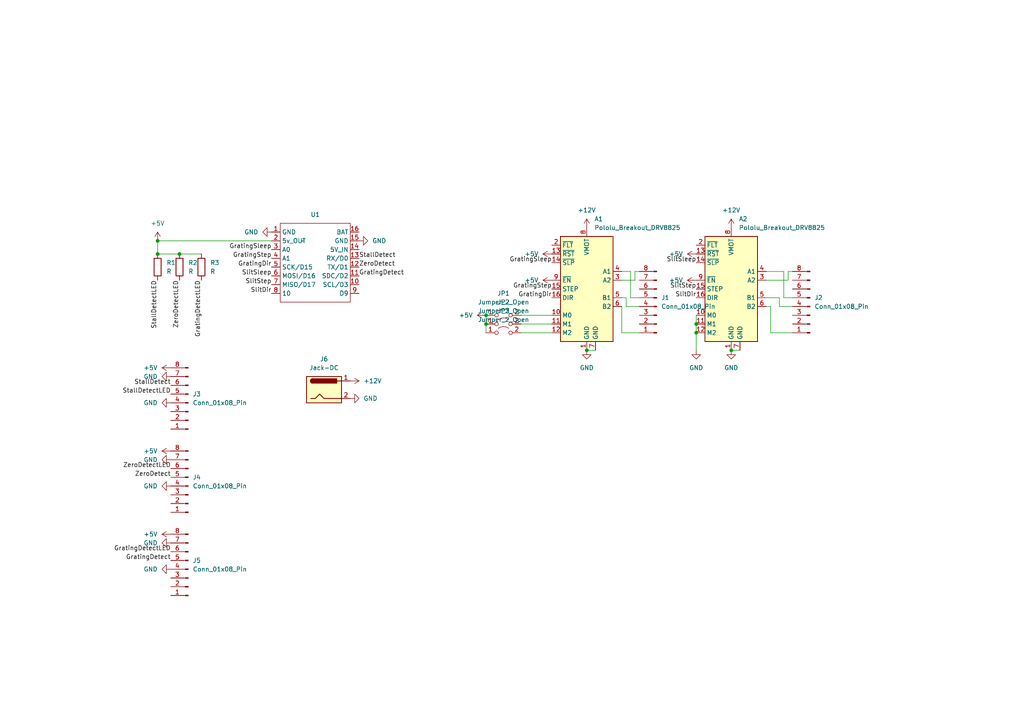
<source format=kicad_sch>
(kicad_sch (version 20230121) (generator eeschema)

  (uuid 7a4e7278-1302-4134-9efb-d70b99cbaaf4)

  (paper "A4")

  (lib_symbols
    (symbol "Connector:Conn_01x08_Pin" (pin_names (offset 1.016) hide) (in_bom yes) (on_board yes)
      (property "Reference" "J" (at 0 10.16 0)
        (effects (font (size 1.27 1.27)))
      )
      (property "Value" "Conn_01x08_Pin" (at 0 -12.7 0)
        (effects (font (size 1.27 1.27)))
      )
      (property "Footprint" "" (at 0 0 0)
        (effects (font (size 1.27 1.27)) hide)
      )
      (property "Datasheet" "~" (at 0 0 0)
        (effects (font (size 1.27 1.27)) hide)
      )
      (property "ki_locked" "" (at 0 0 0)
        (effects (font (size 1.27 1.27)))
      )
      (property "ki_keywords" "connector" (at 0 0 0)
        (effects (font (size 1.27 1.27)) hide)
      )
      (property "ki_description" "Generic connector, single row, 01x08, script generated" (at 0 0 0)
        (effects (font (size 1.27 1.27)) hide)
      )
      (property "ki_fp_filters" "Connector*:*_1x??_*" (at 0 0 0)
        (effects (font (size 1.27 1.27)) hide)
      )
      (symbol "Conn_01x08_Pin_1_1"
        (polyline
          (pts
            (xy 1.27 -10.16)
            (xy 0.8636 -10.16)
          )
          (stroke (width 0.1524) (type default))
          (fill (type none))
        )
        (polyline
          (pts
            (xy 1.27 -7.62)
            (xy 0.8636 -7.62)
          )
          (stroke (width 0.1524) (type default))
          (fill (type none))
        )
        (polyline
          (pts
            (xy 1.27 -5.08)
            (xy 0.8636 -5.08)
          )
          (stroke (width 0.1524) (type default))
          (fill (type none))
        )
        (polyline
          (pts
            (xy 1.27 -2.54)
            (xy 0.8636 -2.54)
          )
          (stroke (width 0.1524) (type default))
          (fill (type none))
        )
        (polyline
          (pts
            (xy 1.27 0)
            (xy 0.8636 0)
          )
          (stroke (width 0.1524) (type default))
          (fill (type none))
        )
        (polyline
          (pts
            (xy 1.27 2.54)
            (xy 0.8636 2.54)
          )
          (stroke (width 0.1524) (type default))
          (fill (type none))
        )
        (polyline
          (pts
            (xy 1.27 5.08)
            (xy 0.8636 5.08)
          )
          (stroke (width 0.1524) (type default))
          (fill (type none))
        )
        (polyline
          (pts
            (xy 1.27 7.62)
            (xy 0.8636 7.62)
          )
          (stroke (width 0.1524) (type default))
          (fill (type none))
        )
        (rectangle (start 0.8636 -10.033) (end 0 -10.287)
          (stroke (width 0.1524) (type default))
          (fill (type outline))
        )
        (rectangle (start 0.8636 -7.493) (end 0 -7.747)
          (stroke (width 0.1524) (type default))
          (fill (type outline))
        )
        (rectangle (start 0.8636 -4.953) (end 0 -5.207)
          (stroke (width 0.1524) (type default))
          (fill (type outline))
        )
        (rectangle (start 0.8636 -2.413) (end 0 -2.667)
          (stroke (width 0.1524) (type default))
          (fill (type outline))
        )
        (rectangle (start 0.8636 0.127) (end 0 -0.127)
          (stroke (width 0.1524) (type default))
          (fill (type outline))
        )
        (rectangle (start 0.8636 2.667) (end 0 2.413)
          (stroke (width 0.1524) (type default))
          (fill (type outline))
        )
        (rectangle (start 0.8636 5.207) (end 0 4.953)
          (stroke (width 0.1524) (type default))
          (fill (type outline))
        )
        (rectangle (start 0.8636 7.747) (end 0 7.493)
          (stroke (width 0.1524) (type default))
          (fill (type outline))
        )
        (pin passive line (at 5.08 7.62 180) (length 3.81)
          (name "Pin_1" (effects (font (size 1.27 1.27))))
          (number "1" (effects (font (size 1.27 1.27))))
        )
        (pin passive line (at 5.08 5.08 180) (length 3.81)
          (name "Pin_2" (effects (font (size 1.27 1.27))))
          (number "2" (effects (font (size 1.27 1.27))))
        )
        (pin passive line (at 5.08 2.54 180) (length 3.81)
          (name "Pin_3" (effects (font (size 1.27 1.27))))
          (number "3" (effects (font (size 1.27 1.27))))
        )
        (pin passive line (at 5.08 0 180) (length 3.81)
          (name "Pin_4" (effects (font (size 1.27 1.27))))
          (number "4" (effects (font (size 1.27 1.27))))
        )
        (pin passive line (at 5.08 -2.54 180) (length 3.81)
          (name "Pin_5" (effects (font (size 1.27 1.27))))
          (number "5" (effects (font (size 1.27 1.27))))
        )
        (pin passive line (at 5.08 -5.08 180) (length 3.81)
          (name "Pin_6" (effects (font (size 1.27 1.27))))
          (number "6" (effects (font (size 1.27 1.27))))
        )
        (pin passive line (at 5.08 -7.62 180) (length 3.81)
          (name "Pin_7" (effects (font (size 1.27 1.27))))
          (number "7" (effects (font (size 1.27 1.27))))
        )
        (pin passive line (at 5.08 -10.16 180) (length 3.81)
          (name "Pin_8" (effects (font (size 1.27 1.27))))
          (number "8" (effects (font (size 1.27 1.27))))
        )
      )
    )
    (symbol "Connector:Jack-DC" (pin_names (offset 1.016)) (in_bom yes) (on_board yes)
      (property "Reference" "J" (at 0 5.334 0)
        (effects (font (size 1.27 1.27)))
      )
      (property "Value" "Jack-DC" (at 0 -5.08 0)
        (effects (font (size 1.27 1.27)))
      )
      (property "Footprint" "" (at 1.27 -1.016 0)
        (effects (font (size 1.27 1.27)) hide)
      )
      (property "Datasheet" "~" (at 1.27 -1.016 0)
        (effects (font (size 1.27 1.27)) hide)
      )
      (property "ki_keywords" "DC power barrel jack connector" (at 0 0 0)
        (effects (font (size 1.27 1.27)) hide)
      )
      (property "ki_description" "DC Barrel Jack" (at 0 0 0)
        (effects (font (size 1.27 1.27)) hide)
      )
      (property "ki_fp_filters" "BarrelJack*" (at 0 0 0)
        (effects (font (size 1.27 1.27)) hide)
      )
      (symbol "Jack-DC_0_1"
        (rectangle (start -5.08 3.81) (end 5.08 -3.81)
          (stroke (width 0.254) (type default))
          (fill (type background))
        )
        (arc (start -3.302 3.175) (mid -3.9343 2.54) (end -3.302 1.905)
          (stroke (width 0.254) (type default))
          (fill (type none))
        )
        (arc (start -3.302 3.175) (mid -3.9343 2.54) (end -3.302 1.905)
          (stroke (width 0.254) (type default))
          (fill (type outline))
        )
        (polyline
          (pts
            (xy 5.08 2.54)
            (xy 3.81 2.54)
          )
          (stroke (width 0.254) (type default))
          (fill (type none))
        )
        (polyline
          (pts
            (xy -3.81 -2.54)
            (xy -2.54 -2.54)
            (xy -1.27 -1.27)
            (xy 0 -2.54)
            (xy 2.54 -2.54)
            (xy 5.08 -2.54)
          )
          (stroke (width 0.254) (type default))
          (fill (type none))
        )
        (rectangle (start 3.683 3.175) (end -3.302 1.905)
          (stroke (width 0.254) (type default))
          (fill (type outline))
        )
      )
      (symbol "Jack-DC_1_1"
        (pin passive line (at 7.62 2.54 180) (length 2.54)
          (name "~" (effects (font (size 1.27 1.27))))
          (number "1" (effects (font (size 1.27 1.27))))
        )
        (pin passive line (at 7.62 -2.54 180) (length 2.54)
          (name "~" (effects (font (size 1.27 1.27))))
          (number "2" (effects (font (size 1.27 1.27))))
        )
      )
    )
    (symbol "Device:R" (pin_numbers hide) (pin_names (offset 0)) (in_bom yes) (on_board yes)
      (property "Reference" "R" (at 2.032 0 90)
        (effects (font (size 1.27 1.27)))
      )
      (property "Value" "R" (at 0 0 90)
        (effects (font (size 1.27 1.27)))
      )
      (property "Footprint" "" (at -1.778 0 90)
        (effects (font (size 1.27 1.27)) hide)
      )
      (property "Datasheet" "~" (at 0 0 0)
        (effects (font (size 1.27 1.27)) hide)
      )
      (property "ki_keywords" "R res resistor" (at 0 0 0)
        (effects (font (size 1.27 1.27)) hide)
      )
      (property "ki_description" "Resistor" (at 0 0 0)
        (effects (font (size 1.27 1.27)) hide)
      )
      (property "ki_fp_filters" "R_*" (at 0 0 0)
        (effects (font (size 1.27 1.27)) hide)
      )
      (symbol "R_0_1"
        (rectangle (start -1.016 -2.54) (end 1.016 2.54)
          (stroke (width 0.254) (type default))
          (fill (type none))
        )
      )
      (symbol "R_1_1"
        (pin passive line (at 0 3.81 270) (length 1.27)
          (name "~" (effects (font (size 1.27 1.27))))
          (number "1" (effects (font (size 1.27 1.27))))
        )
        (pin passive line (at 0 -3.81 90) (length 1.27)
          (name "~" (effects (font (size 1.27 1.27))))
          (number "2" (effects (font (size 1.27 1.27))))
        )
      )
    )
    (symbol "Driver_Motor:Pololu_Breakout_DRV8825" (in_bom yes) (on_board yes)
      (property "Reference" "A" (at -2.54 16.51 0)
        (effects (font (size 1.27 1.27)) (justify right))
      )
      (property "Value" "Pololu_Breakout_DRV8825" (at -2.54 13.97 0)
        (effects (font (size 1.27 1.27)) (justify right))
      )
      (property "Footprint" "Module:Pololu_Breakout-16_15.2x20.3mm" (at 5.08 -20.32 0)
        (effects (font (size 1.27 1.27)) (justify left) hide)
      )
      (property "Datasheet" "https://www.pololu.com/product/2982" (at 2.54 -7.62 0)
        (effects (font (size 1.27 1.27)) hide)
      )
      (property "ki_keywords" "Pololu Breakout Board Stepper Driver DRV8825" (at 0 0 0)
        (effects (font (size 1.27 1.27)) hide)
      )
      (property "ki_description" "Pololu Breakout Board, Stepper Driver DRV8825" (at 0 0 0)
        (effects (font (size 1.27 1.27)) hide)
      )
      (property "ki_fp_filters" "Pololu*Breakout*15.2x20.3mm*" (at 0 0 0)
        (effects (font (size 1.27 1.27)) hide)
      )
      (symbol "Pololu_Breakout_DRV8825_0_1"
        (rectangle (start 7.62 -17.78) (end -7.62 12.7)
          (stroke (width 0.254) (type default))
          (fill (type background))
        )
      )
      (symbol "Pololu_Breakout_DRV8825_1_1"
        (pin power_in line (at 0 -20.32 90) (length 2.54)
          (name "GND" (effects (font (size 1.27 1.27))))
          (number "1" (effects (font (size 1.27 1.27))))
        )
        (pin input line (at -10.16 -10.16 0) (length 2.54)
          (name "M0" (effects (font (size 1.27 1.27))))
          (number "10" (effects (font (size 1.27 1.27))))
        )
        (pin input line (at -10.16 -12.7 0) (length 2.54)
          (name "M1" (effects (font (size 1.27 1.27))))
          (number "11" (effects (font (size 1.27 1.27))))
        )
        (pin input line (at -10.16 -15.24 0) (length 2.54)
          (name "M2" (effects (font (size 1.27 1.27))))
          (number "12" (effects (font (size 1.27 1.27))))
        )
        (pin input line (at -10.16 7.62 0) (length 2.54)
          (name "~{RST}" (effects (font (size 1.27 1.27))))
          (number "13" (effects (font (size 1.27 1.27))))
        )
        (pin input line (at -10.16 5.08 0) (length 2.54)
          (name "~{SLP}" (effects (font (size 1.27 1.27))))
          (number "14" (effects (font (size 1.27 1.27))))
        )
        (pin input line (at -10.16 -2.54 0) (length 2.54)
          (name "STEP" (effects (font (size 1.27 1.27))))
          (number "15" (effects (font (size 1.27 1.27))))
        )
        (pin input line (at -10.16 -5.08 0) (length 2.54)
          (name "DIR" (effects (font (size 1.27 1.27))))
          (number "16" (effects (font (size 1.27 1.27))))
        )
        (pin output line (at -10.16 10.16 0) (length 2.54)
          (name "~{FLT}" (effects (font (size 1.27 1.27))))
          (number "2" (effects (font (size 1.27 1.27))))
        )
        (pin output line (at 10.16 0 180) (length 2.54)
          (name "A2" (effects (font (size 1.27 1.27))))
          (number "3" (effects (font (size 1.27 1.27))))
        )
        (pin output line (at 10.16 2.54 180) (length 2.54)
          (name "A1" (effects (font (size 1.27 1.27))))
          (number "4" (effects (font (size 1.27 1.27))))
        )
        (pin output line (at 10.16 -5.08 180) (length 2.54)
          (name "B1" (effects (font (size 1.27 1.27))))
          (number "5" (effects (font (size 1.27 1.27))))
        )
        (pin output line (at 10.16 -7.62 180) (length 2.54)
          (name "B2" (effects (font (size 1.27 1.27))))
          (number "6" (effects (font (size 1.27 1.27))))
        )
        (pin power_in line (at 2.54 -20.32 90) (length 2.54)
          (name "GND" (effects (font (size 1.27 1.27))))
          (number "7" (effects (font (size 1.27 1.27))))
        )
        (pin power_in line (at 0 15.24 270) (length 2.54)
          (name "VMOT" (effects (font (size 1.27 1.27))))
          (number "8" (effects (font (size 1.27 1.27))))
        )
        (pin input line (at -10.16 0 0) (length 2.54)
          (name "~{EN}" (effects (font (size 1.27 1.27))))
          (number "9" (effects (font (size 1.27 1.27))))
        )
      )
    )
    (symbol "Jumper:Jumper_2_Open" (pin_names (offset 0) hide) (in_bom yes) (on_board yes)
      (property "Reference" "JP" (at 0 2.794 0)
        (effects (font (size 1.27 1.27)))
      )
      (property "Value" "Jumper_2_Open" (at 0 -2.286 0)
        (effects (font (size 1.27 1.27)))
      )
      (property "Footprint" "" (at 0 0 0)
        (effects (font (size 1.27 1.27)) hide)
      )
      (property "Datasheet" "~" (at 0 0 0)
        (effects (font (size 1.27 1.27)) hide)
      )
      (property "ki_keywords" "Jumper SPST" (at 0 0 0)
        (effects (font (size 1.27 1.27)) hide)
      )
      (property "ki_description" "Jumper, 2-pole, open" (at 0 0 0)
        (effects (font (size 1.27 1.27)) hide)
      )
      (property "ki_fp_filters" "Jumper* TestPoint*2Pads* TestPoint*Bridge*" (at 0 0 0)
        (effects (font (size 1.27 1.27)) hide)
      )
      (symbol "Jumper_2_Open_0_0"
        (circle (center -2.032 0) (radius 0.508)
          (stroke (width 0) (type default))
          (fill (type none))
        )
        (circle (center 2.032 0) (radius 0.508)
          (stroke (width 0) (type default))
          (fill (type none))
        )
      )
      (symbol "Jumper_2_Open_0_1"
        (arc (start 1.524 1.27) (mid 0 1.778) (end -1.524 1.27)
          (stroke (width 0) (type default))
          (fill (type none))
        )
      )
      (symbol "Jumper_2_Open_1_1"
        (pin passive line (at -5.08 0 0) (length 2.54)
          (name "A" (effects (font (size 1.27 1.27))))
          (number "1" (effects (font (size 1.27 1.27))))
        )
        (pin passive line (at 5.08 0 180) (length 2.54)
          (name "B" (effects (font (size 1.27 1.27))))
          (number "2" (effects (font (size 1.27 1.27))))
        )
      )
    )
    (symbol "power:+12V" (power) (pin_names (offset 0)) (in_bom yes) (on_board yes)
      (property "Reference" "#PWR" (at 0 -3.81 0)
        (effects (font (size 1.27 1.27)) hide)
      )
      (property "Value" "+12V" (at 0 3.556 0)
        (effects (font (size 1.27 1.27)))
      )
      (property "Footprint" "" (at 0 0 0)
        (effects (font (size 1.27 1.27)) hide)
      )
      (property "Datasheet" "" (at 0 0 0)
        (effects (font (size 1.27 1.27)) hide)
      )
      (property "ki_keywords" "global power" (at 0 0 0)
        (effects (font (size 1.27 1.27)) hide)
      )
      (property "ki_description" "Power symbol creates a global label with name \"+12V\"" (at 0 0 0)
        (effects (font (size 1.27 1.27)) hide)
      )
      (symbol "+12V_0_1"
        (polyline
          (pts
            (xy -0.762 1.27)
            (xy 0 2.54)
          )
          (stroke (width 0) (type default))
          (fill (type none))
        )
        (polyline
          (pts
            (xy 0 0)
            (xy 0 2.54)
          )
          (stroke (width 0) (type default))
          (fill (type none))
        )
        (polyline
          (pts
            (xy 0 2.54)
            (xy 0.762 1.27)
          )
          (stroke (width 0) (type default))
          (fill (type none))
        )
      )
      (symbol "+12V_1_1"
        (pin power_in line (at 0 0 90) (length 0) hide
          (name "+12V" (effects (font (size 1.27 1.27))))
          (number "1" (effects (font (size 1.27 1.27))))
        )
      )
    )
    (symbol "power:+5V" (power) (pin_names (offset 0)) (in_bom yes) (on_board yes)
      (property "Reference" "#PWR" (at 0 -3.81 0)
        (effects (font (size 1.27 1.27)) hide)
      )
      (property "Value" "+5V" (at 0 3.556 0)
        (effects (font (size 1.27 1.27)))
      )
      (property "Footprint" "" (at 0 0 0)
        (effects (font (size 1.27 1.27)) hide)
      )
      (property "Datasheet" "" (at 0 0 0)
        (effects (font (size 1.27 1.27)) hide)
      )
      (property "ki_keywords" "global power" (at 0 0 0)
        (effects (font (size 1.27 1.27)) hide)
      )
      (property "ki_description" "Power symbol creates a global label with name \"+5V\"" (at 0 0 0)
        (effects (font (size 1.27 1.27)) hide)
      )
      (symbol "+5V_0_1"
        (polyline
          (pts
            (xy -0.762 1.27)
            (xy 0 2.54)
          )
          (stroke (width 0) (type default))
          (fill (type none))
        )
        (polyline
          (pts
            (xy 0 0)
            (xy 0 2.54)
          )
          (stroke (width 0) (type default))
          (fill (type none))
        )
        (polyline
          (pts
            (xy 0 2.54)
            (xy 0.762 1.27)
          )
          (stroke (width 0) (type default))
          (fill (type none))
        )
      )
      (symbol "+5V_1_1"
        (pin power_in line (at 0 0 90) (length 0) hide
          (name "+5V" (effects (font (size 1.27 1.27))))
          (number "1" (effects (font (size 1.27 1.27))))
        )
      )
    )
    (symbol "power:GND" (power) (pin_names (offset 0)) (in_bom yes) (on_board yes)
      (property "Reference" "#PWR" (at 0 -6.35 0)
        (effects (font (size 1.27 1.27)) hide)
      )
      (property "Value" "GND" (at 0 -3.81 0)
        (effects (font (size 1.27 1.27)))
      )
      (property "Footprint" "" (at 0 0 0)
        (effects (font (size 1.27 1.27)) hide)
      )
      (property "Datasheet" "" (at 0 0 0)
        (effects (font (size 1.27 1.27)) hide)
      )
      (property "ki_keywords" "global power" (at 0 0 0)
        (effects (font (size 1.27 1.27)) hide)
      )
      (property "ki_description" "Power symbol creates a global label with name \"GND\" , ground" (at 0 0 0)
        (effects (font (size 1.27 1.27)) hide)
      )
      (symbol "GND_0_1"
        (polyline
          (pts
            (xy 0 0)
            (xy 0 -1.27)
            (xy 1.27 -1.27)
            (xy 0 -2.54)
            (xy -1.27 -1.27)
            (xy 0 -1.27)
          )
          (stroke (width 0) (type default))
          (fill (type none))
        )
      )
      (symbol "GND_1_1"
        (pin power_in line (at 0 0 270) (length 0) hide
          (name "GND" (effects (font (size 1.27 1.27))))
          (number "1" (effects (font (size 1.27 1.27))))
        )
      )
    )
    (symbol "uC:Beetle_CM-32U4" (in_bom yes) (on_board yes)
      (property "Reference" "U" (at -3.81 5.08 0)
        (effects (font (size 1.27 1.27)))
      )
      (property "Value" "" (at -3.81 5.08 0)
        (effects (font (size 1.27 1.27)))
      )
      (property "Footprint" "" (at -3.81 5.08 0)
        (effects (font (size 1.27 1.27)) hide)
      )
      (property "Datasheet" "" (at -3.81 5.08 0)
        (effects (font (size 1.27 1.27)) hide)
      )
      (symbol "Beetle_CM-32U4_0_1"
        (polyline
          (pts
            (xy -10.16 10.16)
            (xy -10.16 -12.7)
            (xy 10.16 -12.7)
            (xy 10.16 10.16)
            (xy -10.16 10.16)
          )
          (stroke (width 0) (type default))
          (fill (type none))
        )
      )
      (symbol "Beetle_CM-32U4_1_1"
        (pin input line (at -12.7 7.62 0) (length 2.54)
          (name "GND" (effects (font (size 1.27 1.27))))
          (number "1" (effects (font (size 1.27 1.27))))
        )
        (pin input line (at 12.7 -7.62 180) (length 2.54)
          (name "SCL/D3" (effects (font (size 1.27 1.27))))
          (number "10" (effects (font (size 1.27 1.27))))
        )
        (pin input line (at 12.7 -5.08 180) (length 2.54)
          (name "SDC/D2" (effects (font (size 1.27 1.27))))
          (number "11" (effects (font (size 1.27 1.27))))
        )
        (pin input line (at 12.7 -2.54 180) (length 2.54)
          (name "TX/D1" (effects (font (size 1.27 1.27))))
          (number "12" (effects (font (size 1.27 1.27))))
        )
        (pin input line (at 12.7 0 180) (length 2.54)
          (name "RX/D0" (effects (font (size 1.27 1.27))))
          (number "13" (effects (font (size 1.27 1.27))))
        )
        (pin input line (at 12.7 2.54 180) (length 2.54)
          (name "5V_IN" (effects (font (size 1.27 1.27))))
          (number "14" (effects (font (size 1.27 1.27))))
        )
        (pin input line (at 12.7 5.08 180) (length 2.54)
          (name "GND" (effects (font (size 1.27 1.27))))
          (number "15" (effects (font (size 1.27 1.27))))
        )
        (pin input line (at 12.7 7.62 180) (length 2.54)
          (name "BAT" (effects (font (size 1.27 1.27))))
          (number "16" (effects (font (size 1.27 1.27))))
        )
        (pin input line (at -12.7 5.08 0) (length 2.54)
          (name "5v_OUT" (effects (font (size 1.27 1.27))))
          (number "2" (effects (font (size 1.27 1.27))))
        )
        (pin input line (at -12.7 2.54 0) (length 2.54)
          (name "A0" (effects (font (size 1.27 1.27))))
          (number "3" (effects (font (size 1.27 1.27))))
        )
        (pin input line (at -12.7 0 0) (length 2.54)
          (name "A1" (effects (font (size 1.27 1.27))))
          (number "4" (effects (font (size 1.27 1.27))))
        )
        (pin input line (at -12.7 -2.54 0) (length 2.54)
          (name "SCK/D15" (effects (font (size 1.27 1.27))))
          (number "5" (effects (font (size 1.27 1.27))))
        )
        (pin input line (at -12.7 -5.08 0) (length 2.54)
          (name "MOSI/D16" (effects (font (size 1.27 1.27))))
          (number "6" (effects (font (size 1.27 1.27))))
        )
        (pin input line (at -12.7 -7.62 0) (length 2.54)
          (name "MISO/D17" (effects (font (size 1.27 1.27))))
          (number "7" (effects (font (size 1.27 1.27))))
        )
        (pin input line (at -12.7 -10.16 0) (length 2.54)
          (name "10" (effects (font (size 1.27 1.27))))
          (number "8" (effects (font (size 1.27 1.27))))
        )
        (pin input line (at 12.7 -10.16 180) (length 2.54)
          (name "D9" (effects (font (size 1.27 1.27))))
          (number "9" (effects (font (size 1.27 1.27))))
        )
      )
    )
  )

  (junction (at 201.93 93.98) (diameter 0) (color 0 0 0 0)
    (uuid 04ae9956-27c9-4c28-83f3-11640582957d)
  )
  (junction (at 212.09 101.6) (diameter 0) (color 0 0 0 0)
    (uuid 2d3a457a-f699-47b7-bed2-9c27ea3fd0aa)
  )
  (junction (at 45.72 69.85) (diameter 0) (color 0 0 0 0)
    (uuid 5a9b6535-61bf-480b-90a1-1df181651ea2)
  )
  (junction (at 52.07 73.66) (diameter 0) (color 0 0 0 0)
    (uuid 61e9d344-817e-4c60-b58e-f5b44c848da7)
  )
  (junction (at 45.72 73.66) (diameter 0) (color 0 0 0 0)
    (uuid cfcf8c0a-b092-4603-9798-498a49dbc8eb)
  )
  (junction (at 140.97 93.98) (diameter 0) (color 0 0 0 0)
    (uuid d6f4bd63-7976-41ce-adaa-3edbc988f3aa)
  )
  (junction (at 170.18 101.6) (diameter 0) (color 0 0 0 0)
    (uuid e4bacf45-d202-4ed4-9ec0-3c0f6a2e98bb)
  )
  (junction (at 201.93 96.52) (diameter 0) (color 0 0 0 0)
    (uuid e913437a-2317-4e7c-a8dc-557c5341a7e9)
  )
  (junction (at 140.97 91.44) (diameter 0) (color 0 0 0 0)
    (uuid f49f2dc8-fce1-40fc-af05-0c1942b05034)
  )

  (wire (pts (xy 229.87 96.52) (xy 223.52 96.52))
    (stroke (width 0) (type default))
    (uuid 007b2b48-4381-4b90-8cd2-3336f9ed8820)
  )
  (wire (pts (xy 223.52 96.52) (xy 223.52 88.9))
    (stroke (width 0) (type default))
    (uuid 09f0c62a-e61d-4565-be66-1989ec40ef26)
  )
  (wire (pts (xy 170.18 101.6) (xy 172.72 101.6))
    (stroke (width 0) (type default))
    (uuid 0c33e33e-e402-426b-af5b-bb3f74325cc3)
  )
  (wire (pts (xy 201.93 96.52) (xy 201.93 101.6))
    (stroke (width 0) (type default))
    (uuid 14478fa1-619b-4310-ac9b-2a0c0dab07a9)
  )
  (wire (pts (xy 140.97 91.44) (xy 140.97 93.98))
    (stroke (width 0) (type default))
    (uuid 1b9930bb-5de5-4f11-81e8-ae2941506296)
  )
  (wire (pts (xy 181.61 86.36) (xy 181.61 88.9))
    (stroke (width 0) (type default))
    (uuid 2b53006c-4453-4a58-90f2-ab4787bead77)
  )
  (wire (pts (xy 223.52 88.9) (xy 222.25 88.9))
    (stroke (width 0) (type default))
    (uuid 2da693e2-4313-4498-a726-0135b6d3d772)
  )
  (wire (pts (xy 182.88 86.36) (xy 185.42 86.36))
    (stroke (width 0) (type default))
    (uuid 4e78f6c7-b446-449c-8d20-2feb8e51f210)
  )
  (wire (pts (xy 222.25 78.74) (xy 227.33 78.74))
    (stroke (width 0) (type default))
    (uuid 592631c4-e234-48e8-9b00-134a820ca8a7)
  )
  (wire (pts (xy 151.13 91.44) (xy 160.02 91.44))
    (stroke (width 0) (type default))
    (uuid 5cc641f4-8d8b-4220-b2ce-5d79bb923ef3)
  )
  (wire (pts (xy 184.15 78.74) (xy 185.42 78.74))
    (stroke (width 0) (type default))
    (uuid 5eea24b6-5b67-4ff5-b2f4-0a53451efd57)
  )
  (wire (pts (xy 45.72 69.85) (xy 45.72 73.66))
    (stroke (width 0) (type default))
    (uuid 5f8d44ae-7358-4cbb-9d57-3720fab92e61)
  )
  (wire (pts (xy 201.93 93.98) (xy 201.93 96.52))
    (stroke (width 0) (type default))
    (uuid 639ce756-fa76-42a2-ad76-17e46099dffb)
  )
  (wire (pts (xy 212.09 101.6) (xy 214.63 101.6))
    (stroke (width 0) (type default))
    (uuid 8628e454-f752-49f9-ada0-e07bf1b7ec68)
  )
  (wire (pts (xy 181.61 88.9) (xy 185.42 88.9))
    (stroke (width 0) (type default))
    (uuid 8e52879f-4f16-4994-9932-41fd177efc20)
  )
  (wire (pts (xy 140.97 93.98) (xy 140.97 96.52))
    (stroke (width 0) (type default))
    (uuid 94de830b-f603-411f-8dee-9c80c51bf1a1)
  )
  (wire (pts (xy 45.72 73.66) (xy 52.07 73.66))
    (stroke (width 0) (type default))
    (uuid 95705d30-f402-4062-8bc0-5c34bfbc1bc1)
  )
  (wire (pts (xy 227.33 86.36) (xy 229.87 86.36))
    (stroke (width 0) (type default))
    (uuid 9740a48a-b055-43b6-a18b-167852cf1ce8)
  )
  (wire (pts (xy 201.93 91.44) (xy 201.93 93.98))
    (stroke (width 0) (type default))
    (uuid a19a20fd-1925-4986-8948-8bd266f1e1db)
  )
  (wire (pts (xy 182.88 78.74) (xy 182.88 86.36))
    (stroke (width 0) (type default))
    (uuid a4c8ac6c-3bd4-426f-b72f-07a7ec85cdef)
  )
  (wire (pts (xy 222.25 86.36) (xy 226.06 86.36))
    (stroke (width 0) (type default))
    (uuid a547344f-1eb8-4521-addc-d9c991594bc3)
  )
  (wire (pts (xy 78.74 69.85) (xy 45.72 69.85))
    (stroke (width 0) (type default))
    (uuid a76050c5-0cd4-4498-9a95-1eaf10ac0f73)
  )
  (wire (pts (xy 228.6 81.28) (xy 228.6 78.74))
    (stroke (width 0) (type default))
    (uuid ba789f31-5f2f-48e0-8eeb-fecb03722a3e)
  )
  (wire (pts (xy 52.07 73.66) (xy 58.42 73.66))
    (stroke (width 0) (type default))
    (uuid be6a80a2-f3af-4c78-be2b-57afd32db360)
  )
  (wire (pts (xy 222.25 81.28) (xy 228.6 81.28))
    (stroke (width 0) (type default))
    (uuid c2b7b0e4-7e38-4a35-97df-ecb75622a053)
  )
  (wire (pts (xy 151.13 93.98) (xy 160.02 93.98))
    (stroke (width 0) (type default))
    (uuid c7d3ce69-3edf-45fe-abe0-6b54ce723ef5)
  )
  (wire (pts (xy 227.33 78.74) (xy 227.33 86.36))
    (stroke (width 0) (type default))
    (uuid c8fe9e06-fa99-4cfb-a80f-db17cdd3869e)
  )
  (wire (pts (xy 228.6 78.74) (xy 229.87 78.74))
    (stroke (width 0) (type default))
    (uuid ccfdb652-6619-479b-a6c1-8a75cb9f2f5d)
  )
  (wire (pts (xy 184.15 81.28) (xy 184.15 78.74))
    (stroke (width 0) (type default))
    (uuid d04ed8bc-c08c-493f-8c6b-2eeebce63c1e)
  )
  (wire (pts (xy 180.34 96.52) (xy 185.42 96.52))
    (stroke (width 0) (type default))
    (uuid dd5e41f7-ffa7-476d-b462-d6a5b74bb33f)
  )
  (wire (pts (xy 151.13 96.52) (xy 160.02 96.52))
    (stroke (width 0) (type default))
    (uuid e02c6b82-d252-41d3-bbd8-c8aa46f8603f)
  )
  (wire (pts (xy 226.06 86.36) (xy 226.06 88.9))
    (stroke (width 0) (type default))
    (uuid e27e3b3e-770e-4c9d-981c-55cad752c9ad)
  )
  (wire (pts (xy 180.34 81.28) (xy 184.15 81.28))
    (stroke (width 0) (type default))
    (uuid e6ede454-c0e1-48a2-a45b-822f7e08349e)
  )
  (wire (pts (xy 180.34 88.9) (xy 180.34 96.52))
    (stroke (width 0) (type default))
    (uuid ea5654b9-b95d-4418-89b8-4aa83db824af)
  )
  (wire (pts (xy 180.34 78.74) (xy 182.88 78.74))
    (stroke (width 0) (type default))
    (uuid ec0537a4-3b2b-44b5-9bf4-21f13d3395d5)
  )
  (wire (pts (xy 226.06 88.9) (xy 229.87 88.9))
    (stroke (width 0) (type default))
    (uuid ec457a1e-8166-4e3f-9caf-431d4e315878)
  )
  (wire (pts (xy 180.34 86.36) (xy 181.61 86.36))
    (stroke (width 0) (type default))
    (uuid f876fc07-bf24-433f-b3b5-5abe85642397)
  )

  (label "StallDetect" (at 49.53 111.76 180) (fields_autoplaced)
    (effects (font (size 1.27 1.27)) (justify right bottom))
    (uuid 02d3d54f-d29a-47ac-be5f-afa36b825e93)
  )
  (label "GratingStep" (at 78.74 74.93 180) (fields_autoplaced)
    (effects (font (size 1.27 1.27)) (justify right bottom))
    (uuid 03ff2b57-7cb8-4fa5-9c00-9807e28cb184)
  )
  (label "StallDetectLED" (at 45.72 81.28 270) (fields_autoplaced)
    (effects (font (size 1.27 1.27)) (justify right bottom))
    (uuid 0981de7a-7d17-4fa7-a682-5af8e2c33edf)
  )
  (label "GratingDetectLED" (at 49.53 160.02 180) (fields_autoplaced)
    (effects (font (size 1.27 1.27)) (justify right bottom))
    (uuid 110a9416-1079-4c95-ab91-ccd9a95bdfb1)
  )
  (label "SlitDir" (at 78.74 85.09 180) (fields_autoplaced)
    (effects (font (size 1.27 1.27)) (justify right bottom))
    (uuid 24c3eb99-0867-47cd-9800-054eedf0c0c5)
  )
  (label "GratingDetectLED" (at 58.42 81.28 270) (fields_autoplaced)
    (effects (font (size 1.27 1.27)) (justify right bottom))
    (uuid 2db36014-b390-4ae7-be1b-b027307953e9)
  )
  (label "ZeroDetect" (at 49.53 138.43 180) (fields_autoplaced)
    (effects (font (size 1.27 1.27)) (justify right bottom))
    (uuid 3b7a6592-6015-47ff-8bcc-1ec0630a0771)
  )
  (label "GratingStep" (at 160.02 83.82 180) (fields_autoplaced)
    (effects (font (size 1.27 1.27)) (justify right bottom))
    (uuid 3b9b2aad-f88f-44f5-9eee-75c715a13d59)
  )
  (label "SlitDir" (at 201.93 86.36 180) (fields_autoplaced)
    (effects (font (size 1.27 1.27)) (justify right bottom))
    (uuid 4bac6f9b-690e-4ad9-ac43-151b8cc018e3)
  )
  (label "GratingSleep" (at 78.74 72.39 180) (fields_autoplaced)
    (effects (font (size 1.27 1.27)) (justify right bottom))
    (uuid 570d062f-776a-4540-8b94-cc1eae244cf8)
  )
  (label "SlitSleep" (at 201.93 76.2 180) (fields_autoplaced)
    (effects (font (size 1.27 1.27)) (justify right bottom))
    (uuid 7b0cba4d-66b4-4e6e-a47a-e8bcf3ebfca2)
  )
  (label "GratingSleep" (at 160.02 76.2 180) (fields_autoplaced)
    (effects (font (size 1.27 1.27)) (justify right bottom))
    (uuid 822095ed-a6b6-4576-ae56-dfe16cadd18b)
  )
  (label "GratingDetect" (at 49.53 162.56 180) (fields_autoplaced)
    (effects (font (size 1.27 1.27)) (justify right bottom))
    (uuid 8d781cb3-6fe1-4c6f-9a57-5c03f7978cb7)
  )
  (label "ZeroDetectLED" (at 49.53 135.89 180) (fields_autoplaced)
    (effects (font (size 1.27 1.27)) (justify right bottom))
    (uuid 9b68cec1-fb40-426a-982e-985f246eaae8)
  )
  (label "StallDetectLED" (at 49.53 114.3 180) (fields_autoplaced)
    (effects (font (size 1.27 1.27)) (justify right bottom))
    (uuid a828e2b0-a1fc-4d7b-a10f-4dc77c372e5b)
  )
  (label "SlitSleep" (at 78.74 80.01 180) (fields_autoplaced)
    (effects (font (size 1.27 1.27)) (justify right bottom))
    (uuid ad4cb5ca-8ec5-4151-8a59-e461de683cf3)
  )
  (label "SlitStep" (at 78.74 82.55 180) (fields_autoplaced)
    (effects (font (size 1.27 1.27)) (justify right bottom))
    (uuid c0e18306-92ba-4160-bbe5-32712167c775)
  )
  (label "GratingDetect" (at 104.14 80.01 0) (fields_autoplaced)
    (effects (font (size 1.27 1.27)) (justify left bottom))
    (uuid c741b9ed-b107-432c-9e76-d22b93c18a2f)
  )
  (label "ZeroDetect" (at 104.14 77.47 0) (fields_autoplaced)
    (effects (font (size 1.27 1.27)) (justify left bottom))
    (uuid c8fd2b03-e2fe-4d7b-959b-e4c35722c9bf)
  )
  (label "StallDetect" (at 104.14 74.93 0) (fields_autoplaced)
    (effects (font (size 1.27 1.27)) (justify left bottom))
    (uuid d00ee2da-c54c-4225-ab3a-a98d7519da44)
  )
  (label "SlitStep" (at 201.93 83.82 180) (fields_autoplaced)
    (effects (font (size 1.27 1.27)) (justify right bottom))
    (uuid e6395011-1b35-4ef5-896f-fe8a53f1821a)
  )
  (label "GratingDir" (at 160.02 86.36 180) (fields_autoplaced)
    (effects (font (size 1.27 1.27)) (justify right bottom))
    (uuid e8021c58-ff2a-4105-bf28-397b1e6cb274)
  )
  (label "GratingDir" (at 78.74 77.47 180) (fields_autoplaced)
    (effects (font (size 1.27 1.27)) (justify right bottom))
    (uuid f53f66a8-27e4-4dec-b658-5de8abb9c960)
  )
  (label "ZeroDetectLED" (at 52.07 81.28 270) (fields_autoplaced)
    (effects (font (size 1.27 1.27)) (justify right bottom))
    (uuid fbb3a2c7-873a-417f-8895-d8e00576aee0)
  )

  (symbol (lib_id "Jumper:Jumper_2_Open") (at 146.05 91.44 0) (unit 1)
    (in_bom yes) (on_board yes) (dnp no) (fields_autoplaced)
    (uuid 010c73a8-8fe1-475e-bfc0-4c6d92f31d51)
    (property "Reference" "JP1" (at 146.05 85.09 0)
      (effects (font (size 1.27 1.27)))
    )
    (property "Value" "Jumper_2_Open" (at 146.05 87.63 0)
      (effects (font (size 1.27 1.27)))
    )
    (property "Footprint" "Jumper:SolderJumper-2_P1.3mm_Open_TrianglePad1.0x1.5mm" (at 146.05 91.44 0)
      (effects (font (size 1.27 1.27)) hide)
    )
    (property "Datasheet" "~" (at 146.05 91.44 0)
      (effects (font (size 1.27 1.27)) hide)
    )
    (pin "1" (uuid 93c01047-f41a-4736-ab58-2b70408d12cb))
    (pin "2" (uuid 477eced9-817e-4b22-b4d2-6cf0065e657c))
    (instances
      (project "monoCtrl"
        (path "/7a4e7278-1302-4134-9efb-d70b99cbaaf4"
          (reference "JP1") (unit 1)
        )
      )
    )
  )

  (symbol (lib_id "power:+12V") (at 170.18 66.04 0) (unit 1)
    (in_bom yes) (on_board yes) (dnp no) (fields_autoplaced)
    (uuid 155d4221-0da7-4157-8d2a-05b199dbb371)
    (property "Reference" "#PWR011" (at 170.18 69.85 0)
      (effects (font (size 1.27 1.27)) hide)
    )
    (property "Value" "+12V" (at 170.18 60.96 0)
      (effects (font (size 1.27 1.27)))
    )
    (property "Footprint" "" (at 170.18 66.04 0)
      (effects (font (size 1.27 1.27)) hide)
    )
    (property "Datasheet" "" (at 170.18 66.04 0)
      (effects (font (size 1.27 1.27)) hide)
    )
    (pin "1" (uuid 9ee99c45-c5be-470a-a4ef-e6c3300436db))
    (instances
      (project "monoCtrl"
        (path "/7a4e7278-1302-4134-9efb-d70b99cbaaf4"
          (reference "#PWR011") (unit 1)
        )
      )
    )
  )

  (symbol (lib_id "power:GND") (at 49.53 165.1 270) (unit 1)
    (in_bom yes) (on_board yes) (dnp no) (fields_autoplaced)
    (uuid 24ab8bfc-000f-4663-a06f-571ddd9f5711)
    (property "Reference" "#PWR028" (at 43.18 165.1 0)
      (effects (font (size 1.27 1.27)) hide)
    )
    (property "Value" "GND" (at 45.72 165.1 90)
      (effects (font (size 1.27 1.27)) (justify right))
    )
    (property "Footprint" "" (at 49.53 165.1 0)
      (effects (font (size 1.27 1.27)) hide)
    )
    (property "Datasheet" "" (at 49.53 165.1 0)
      (effects (font (size 1.27 1.27)) hide)
    )
    (pin "1" (uuid dc524214-eaa1-44eb-9cea-8deb14bd05e2))
    (instances
      (project "monoCtrl"
        (path "/7a4e7278-1302-4134-9efb-d70b99cbaaf4"
          (reference "#PWR028") (unit 1)
        )
      )
    )
  )

  (symbol (lib_id "Connector:Jack-DC") (at 93.98 113.03 0) (unit 1)
    (in_bom yes) (on_board yes) (dnp no) (fields_autoplaced)
    (uuid 2594acd2-d050-48f6-8a5c-bc2a4aabf9c3)
    (property "Reference" "J6" (at 93.98 104.14 0)
      (effects (font (size 1.27 1.27)))
    )
    (property "Value" "Jack-DC" (at 93.98 106.68 0)
      (effects (font (size 1.27 1.27)))
    )
    (property "Footprint" "uC:power" (at 95.25 114.046 0)
      (effects (font (size 1.27 1.27)) hide)
    )
    (property "Datasheet" "~" (at 95.25 114.046 0)
      (effects (font (size 1.27 1.27)) hide)
    )
    (pin "1" (uuid 6bc4ac87-0bbb-43b7-aecf-d3e99c028907))
    (pin "2" (uuid d0222e93-cbd1-46fe-8db8-5b6d294f9c11))
    (instances
      (project "monoCtrl"
        (path "/7a4e7278-1302-4134-9efb-d70b99cbaaf4"
          (reference "J6") (unit 1)
        )
      )
    )
  )

  (symbol (lib_id "power:+5V") (at 201.93 81.28 90) (unit 1)
    (in_bom yes) (on_board yes) (dnp no) (fields_autoplaced)
    (uuid 284d6b8a-7330-4a6f-80f8-0f04ad9ca41b)
    (property "Reference" "#PWR022" (at 205.74 81.28 0)
      (effects (font (size 1.27 1.27)) hide)
    )
    (property "Value" "+5V" (at 198.12 81.28 90)
      (effects (font (size 1.27 1.27)) (justify left))
    )
    (property "Footprint" "" (at 201.93 81.28 0)
      (effects (font (size 1.27 1.27)) hide)
    )
    (property "Datasheet" "" (at 201.93 81.28 0)
      (effects (font (size 1.27 1.27)) hide)
    )
    (pin "1" (uuid fe78e177-9021-4450-bd49-d60b1d7d3903))
    (instances
      (project "monoCtrl"
        (path "/7a4e7278-1302-4134-9efb-d70b99cbaaf4"
          (reference "#PWR022") (unit 1)
        )
      )
    )
  )

  (symbol (lib_id "power:GND") (at 212.09 101.6 0) (unit 1)
    (in_bom yes) (on_board yes) (dnp no) (fields_autoplaced)
    (uuid 2eeb3f27-a1cf-495c-94a6-19082e52fe84)
    (property "Reference" "#PWR010" (at 212.09 107.95 0)
      (effects (font (size 1.27 1.27)) hide)
    )
    (property "Value" "GND" (at 212.09 106.68 0)
      (effects (font (size 1.27 1.27)))
    )
    (property "Footprint" "" (at 212.09 101.6 0)
      (effects (font (size 1.27 1.27)) hide)
    )
    (property "Datasheet" "" (at 212.09 101.6 0)
      (effects (font (size 1.27 1.27)) hide)
    )
    (pin "1" (uuid b8435bbc-c20f-426e-9e17-d52f6511aa66))
    (instances
      (project "monoCtrl"
        (path "/7a4e7278-1302-4134-9efb-d70b99cbaaf4"
          (reference "#PWR010") (unit 1)
        )
      )
    )
  )

  (symbol (lib_id "power:+12V") (at 101.6 110.49 270) (unit 1)
    (in_bom yes) (on_board yes) (dnp no) (fields_autoplaced)
    (uuid 5b267659-9c17-46eb-883e-408a1b92b133)
    (property "Reference" "#PWR04" (at 97.79 110.49 0)
      (effects (font (size 1.27 1.27)) hide)
    )
    (property "Value" "+12V" (at 105.41 110.49 90)
      (effects (font (size 1.27 1.27)) (justify left))
    )
    (property "Footprint" "" (at 101.6 110.49 0)
      (effects (font (size 1.27 1.27)) hide)
    )
    (property "Datasheet" "" (at 101.6 110.49 0)
      (effects (font (size 1.27 1.27)) hide)
    )
    (pin "1" (uuid d6ba61f0-cd24-4f32-a7de-fb1a66d9b270))
    (instances
      (project "monoCtrl"
        (path "/7a4e7278-1302-4134-9efb-d70b99cbaaf4"
          (reference "#PWR04") (unit 1)
        )
      )
    )
  )

  (symbol (lib_id "Device:R") (at 45.72 77.47 0) (unit 1)
    (in_bom yes) (on_board yes) (dnp no) (fields_autoplaced)
    (uuid 66b72741-7ac1-4c92-89d6-f8e8ffb88c1b)
    (property "Reference" "R1" (at 48.26 76.2 0)
      (effects (font (size 1.27 1.27)) (justify left))
    )
    (property "Value" "R" (at 48.26 78.74 0)
      (effects (font (size 1.27 1.27)) (justify left))
    )
    (property "Footprint" "Resistor_SMD:R_0805_2012Metric" (at 43.942 77.47 90)
      (effects (font (size 1.27 1.27)) hide)
    )
    (property "Datasheet" "~" (at 45.72 77.47 0)
      (effects (font (size 1.27 1.27)) hide)
    )
    (pin "1" (uuid 264aee4e-5741-4db0-ade8-dbc27cc7ed99))
    (pin "2" (uuid 1abc4737-2b96-40f7-80ba-e90858b1ff25))
    (instances
      (project "monoCtrl"
        (path "/7a4e7278-1302-4134-9efb-d70b99cbaaf4"
          (reference "R1") (unit 1)
        )
      )
    )
  )

  (symbol (lib_id "power:GND") (at 49.53 109.22 270) (unit 1)
    (in_bom yes) (on_board yes) (dnp no) (fields_autoplaced)
    (uuid 6a6fa3d7-f97a-44dc-83f2-ff2b975611ae)
    (property "Reference" "#PWR016" (at 43.18 109.22 0)
      (effects (font (size 1.27 1.27)) hide)
    )
    (property "Value" "GND" (at 45.72 109.22 90)
      (effects (font (size 1.27 1.27)) (justify right))
    )
    (property "Footprint" "" (at 49.53 109.22 0)
      (effects (font (size 1.27 1.27)) hide)
    )
    (property "Datasheet" "" (at 49.53 109.22 0)
      (effects (font (size 1.27 1.27)) hide)
    )
    (pin "1" (uuid 4547e127-6203-447f-b8bf-4b9595a73a81))
    (instances
      (project "monoCtrl"
        (path "/7a4e7278-1302-4134-9efb-d70b99cbaaf4"
          (reference "#PWR016") (unit 1)
        )
      )
    )
  )

  (symbol (lib_id "power:GND") (at 104.14 69.85 90) (unit 1)
    (in_bom yes) (on_board yes) (dnp no) (fields_autoplaced)
    (uuid 6b6933c1-17e6-4567-a607-1fd0acd946af)
    (property "Reference" "#PWR03" (at 110.49 69.85 0)
      (effects (font (size 1.27 1.27)) hide)
    )
    (property "Value" "GND" (at 107.95 69.85 90)
      (effects (font (size 1.27 1.27)) (justify right))
    )
    (property "Footprint" "" (at 104.14 69.85 0)
      (effects (font (size 1.27 1.27)) hide)
    )
    (property "Datasheet" "" (at 104.14 69.85 0)
      (effects (font (size 1.27 1.27)) hide)
    )
    (pin "1" (uuid 3466a8f1-5cad-4fae-9fd9-b21ad2868ba9))
    (instances
      (project "monoCtrl"
        (path "/7a4e7278-1302-4134-9efb-d70b99cbaaf4"
          (reference "#PWR03") (unit 1)
        )
      )
    )
  )

  (symbol (lib_id "Connector:Conn_01x08_Pin") (at 54.61 116.84 180) (unit 1)
    (in_bom yes) (on_board yes) (dnp no) (fields_autoplaced)
    (uuid 749cc68a-24e4-4d76-a970-272d76f14b8b)
    (property "Reference" "J3" (at 55.88 114.3 0)
      (effects (font (size 1.27 1.27)) (justify right))
    )
    (property "Value" "Conn_01x08_Pin" (at 55.88 116.84 0)
      (effects (font (size 1.27 1.27)) (justify right))
    )
    (property "Footprint" "uC:1x08_BoardEdge" (at 54.61 116.84 0)
      (effects (font (size 1.27 1.27)) hide)
    )
    (property "Datasheet" "~" (at 54.61 116.84 0)
      (effects (font (size 1.27 1.27)) hide)
    )
    (pin "1" (uuid bf2bbcc2-aec9-41e8-98eb-44c8581f9e0d))
    (pin "2" (uuid 5d73dc61-2fc8-4965-ad73-0f00f391f741))
    (pin "3" (uuid c85da1e1-e9e4-468c-baa1-d9393a58a0a9))
    (pin "4" (uuid 70285f50-62f6-41e9-8d98-d38ca15ee445))
    (pin "5" (uuid 59d2c14e-c186-464a-a452-7df86920a481))
    (pin "6" (uuid 6e0c5596-028d-4aec-9dbb-b14b2c673269))
    (pin "7" (uuid e7e67680-78c5-4715-a40f-908bb16f67d6))
    (pin "8" (uuid d714bd8e-a567-4c64-805f-1e5a2f9d8d22))
    (instances
      (project "monoCtrl"
        (path "/7a4e7278-1302-4134-9efb-d70b99cbaaf4"
          (reference "J3") (unit 1)
        )
      )
    )
  )

  (symbol (lib_id "Driver_Motor:Pololu_Breakout_DRV8825") (at 170.18 81.28 0) (unit 1)
    (in_bom yes) (on_board yes) (dnp no) (fields_autoplaced)
    (uuid 7970c439-2d40-427d-b92c-cf8a11c3d9ad)
    (property "Reference" "A1" (at 172.3741 63.5 0)
      (effects (font (size 1.27 1.27)) (justify left))
    )
    (property "Value" "Pololu_Breakout_DRV8825" (at 172.3741 66.04 0)
      (effects (font (size 1.27 1.27)) (justify left))
    )
    (property "Footprint" "uC:Pololu_Breakout-16_15.2x20.3mm" (at 175.26 101.6 0)
      (effects (font (size 1.27 1.27)) (justify left) hide)
    )
    (property "Datasheet" "https://www.pololu.com/product/2982" (at 172.72 88.9 0)
      (effects (font (size 1.27 1.27)) hide)
    )
    (pin "1" (uuid f5b87ff0-a50b-4da1-9053-4e8b49e20b6e))
    (pin "10" (uuid a2a18a77-116d-4e0f-bd62-df312a341b75))
    (pin "11" (uuid 279342d7-c4f9-428f-a349-e5d5c0abe92b))
    (pin "12" (uuid b9f25705-87f5-497d-9071-11fc41eeb055))
    (pin "13" (uuid 14866da4-ea54-42de-b309-47f966bd4d2a))
    (pin "14" (uuid bbe54536-d97c-4c9f-8f96-1be519150cfe))
    (pin "15" (uuid 5eff7d2d-8f6e-4fbd-b0a8-95f5be9882ea))
    (pin "16" (uuid e39d1625-cfc6-42e4-a94a-b67bc931e470))
    (pin "2" (uuid f6481b1b-314a-4cc9-b8ef-74756adf4146))
    (pin "3" (uuid f8287e06-97a6-45cf-9de9-0d51ec159088))
    (pin "4" (uuid 471f4fdf-32f1-47ca-85ee-4c832ad4f65d))
    (pin "5" (uuid 87b93806-df4e-4a28-8dab-ac5baadae683))
    (pin "6" (uuid 3d79c765-d3da-47b5-afd7-e2d24fa7fd89))
    (pin "7" (uuid 680bde06-cef2-41cc-b783-46251d42806d))
    (pin "8" (uuid dfaf39b7-d9f4-4c16-a51b-e46c363887d0))
    (pin "9" (uuid e82fc7d7-ccfa-4c45-8c9d-6f1e7415842f))
    (instances
      (project "monoCtrl"
        (path "/7a4e7278-1302-4134-9efb-d70b99cbaaf4"
          (reference "A1") (unit 1)
        )
      )
    )
  )

  (symbol (lib_id "Connector:Conn_01x08_Pin") (at 54.61 140.97 180) (unit 1)
    (in_bom yes) (on_board yes) (dnp no) (fields_autoplaced)
    (uuid 79abfe92-ade7-4c0f-b9e4-27fb8eead0b5)
    (property "Reference" "J4" (at 55.88 138.43 0)
      (effects (font (size 1.27 1.27)) (justify right))
    )
    (property "Value" "Conn_01x08_Pin" (at 55.88 140.97 0)
      (effects (font (size 1.27 1.27)) (justify right))
    )
    (property "Footprint" "uC:1x08_BoardEdge" (at 54.61 140.97 0)
      (effects (font (size 1.27 1.27)) hide)
    )
    (property "Datasheet" "~" (at 54.61 140.97 0)
      (effects (font (size 1.27 1.27)) hide)
    )
    (pin "1" (uuid 6b070183-e68b-4dcc-be34-f3017c842ab5))
    (pin "2" (uuid 45a20527-50e5-49a9-9651-137efe062004))
    (pin "3" (uuid 2f450e4b-75a3-4af7-bc33-9c89bfecfc6b))
    (pin "4" (uuid 320cdd7b-d20b-4874-935a-86e45fe2a211))
    (pin "5" (uuid 87dc5a79-9e59-4b32-8900-3535019c4325))
    (pin "6" (uuid aed0997b-4ab4-4ea2-b798-111073cd16fa))
    (pin "7" (uuid 30f36944-66a4-4b4e-8397-6783f427a855))
    (pin "8" (uuid 76949627-edb9-402e-9dd5-652fe164b6ad))
    (instances
      (project "monoCtrl"
        (path "/7a4e7278-1302-4134-9efb-d70b99cbaaf4"
          (reference "J4") (unit 1)
        )
      )
    )
  )

  (symbol (lib_id "Device:R") (at 58.42 77.47 0) (unit 1)
    (in_bom yes) (on_board yes) (dnp no) (fields_autoplaced)
    (uuid 7c3e4c2c-f02e-4fac-a72f-b24cde58fe33)
    (property "Reference" "R3" (at 60.96 76.2 0)
      (effects (font (size 1.27 1.27)) (justify left))
    )
    (property "Value" "R" (at 60.96 78.74 0)
      (effects (font (size 1.27 1.27)) (justify left))
    )
    (property "Footprint" "Resistor_SMD:R_0805_2012Metric" (at 56.642 77.47 90)
      (effects (font (size 1.27 1.27)) hide)
    )
    (property "Datasheet" "~" (at 58.42 77.47 0)
      (effects (font (size 1.27 1.27)) hide)
    )
    (pin "1" (uuid b876d5ff-08e5-425f-881f-23b16797cf9a))
    (pin "2" (uuid 283156b9-951b-4903-95cb-b4638424e802))
    (instances
      (project "monoCtrl"
        (path "/7a4e7278-1302-4134-9efb-d70b99cbaaf4"
          (reference "R3") (unit 1)
        )
      )
    )
  )

  (symbol (lib_id "power:+5V") (at 49.53 106.68 90) (unit 1)
    (in_bom yes) (on_board yes) (dnp no) (fields_autoplaced)
    (uuid 7c4ef68c-ab60-4122-be8c-4c3aa6e6378b)
    (property "Reference" "#PWR015" (at 53.34 106.68 0)
      (effects (font (size 1.27 1.27)) hide)
    )
    (property "Value" "+5V" (at 45.72 106.68 90)
      (effects (font (size 1.27 1.27)) (justify left))
    )
    (property "Footprint" "" (at 49.53 106.68 0)
      (effects (font (size 1.27 1.27)) hide)
    )
    (property "Datasheet" "" (at 49.53 106.68 0)
      (effects (font (size 1.27 1.27)) hide)
    )
    (pin "1" (uuid fcce4d32-3a1f-43c9-bbdc-c0054206219e))
    (instances
      (project "monoCtrl"
        (path "/7a4e7278-1302-4134-9efb-d70b99cbaaf4"
          (reference "#PWR015") (unit 1)
        )
      )
    )
  )

  (symbol (lib_id "uC:Beetle_CM-32U4") (at 91.44 74.93 0) (unit 1)
    (in_bom yes) (on_board yes) (dnp no) (fields_autoplaced)
    (uuid 7f5c9a5a-a22b-4b4c-a2b5-7f9aae777adb)
    (property "Reference" "U1" (at 91.44 62.23 0)
      (effects (font (size 1.27 1.27)))
    )
    (property "Value" "~" (at 87.63 69.85 0)
      (effects (font (size 1.27 1.27)))
    )
    (property "Footprint" "uC:Beetle_CM-32U4" (at 87.63 69.85 0)
      (effects (font (size 1.27 1.27)) hide)
    )
    (property "Datasheet" "" (at 87.63 69.85 0)
      (effects (font (size 1.27 1.27)) hide)
    )
    (pin "1" (uuid 80245213-2fdc-4a33-9fbf-f68735b17134))
    (pin "10" (uuid 2338fa04-5505-4e7b-a8d2-a8343378a272))
    (pin "11" (uuid 8cfa416c-2ed1-441a-9abe-63d01e8ce2b5))
    (pin "12" (uuid ea3b5f87-b932-481e-a9fc-ab248b499ce8))
    (pin "13" (uuid 5a385939-e592-429b-8674-5ad1b3936359))
    (pin "14" (uuid 844542a5-d635-48f4-8a06-7e42706fb0a5))
    (pin "15" (uuid eacee542-76e6-4ed8-b19a-7a60f51194fb))
    (pin "16" (uuid 37ccffc4-6bd0-4148-9017-bb01529a6375))
    (pin "2" (uuid fc519728-0ef4-4f8f-b6b8-de8835ece28c))
    (pin "3" (uuid 1e9f39ca-637f-4f06-a7c1-a3e128a9bcfd))
    (pin "4" (uuid db73f828-d756-411b-ac95-31b437a79c73))
    (pin "5" (uuid ce20f8c3-8c9e-4e83-93ee-d9818edbed95))
    (pin "6" (uuid 0b45255f-a25a-47a7-a471-414907fbe98d))
    (pin "7" (uuid 5148cf48-1da3-424d-9dd2-fc86fb2814af))
    (pin "8" (uuid 6790e8c9-80fa-4c30-baa3-9cfa7b0c044a))
    (pin "9" (uuid 0f37adee-ccc2-4e80-aec4-79772fa535c2))
    (instances
      (project "monoCtrl"
        (path "/7a4e7278-1302-4134-9efb-d70b99cbaaf4"
          (reference "U1") (unit 1)
        )
      )
    )
  )

  (symbol (lib_id "power:+5V") (at 201.93 73.66 90) (unit 1)
    (in_bom yes) (on_board yes) (dnp no) (fields_autoplaced)
    (uuid 88650ca6-a62f-4da3-94d3-49b403454433)
    (property "Reference" "#PWR021" (at 205.74 73.66 0)
      (effects (font (size 1.27 1.27)) hide)
    )
    (property "Value" "+5V" (at 198.12 73.66 90)
      (effects (font (size 1.27 1.27)) (justify left))
    )
    (property "Footprint" "" (at 201.93 73.66 0)
      (effects (font (size 1.27 1.27)) hide)
    )
    (property "Datasheet" "" (at 201.93 73.66 0)
      (effects (font (size 1.27 1.27)) hide)
    )
    (pin "1" (uuid 25ea47bf-3f56-47ab-89ca-e5bf10053e8f))
    (instances
      (project "monoCtrl"
        (path "/7a4e7278-1302-4134-9efb-d70b99cbaaf4"
          (reference "#PWR021") (unit 1)
        )
      )
    )
  )

  (symbol (lib_id "power:GND") (at 49.53 140.97 270) (unit 1)
    (in_bom yes) (on_board yes) (dnp no) (fields_autoplaced)
    (uuid 8c84af2f-8700-4c90-8e05-0d20c9b83712)
    (property "Reference" "#PWR027" (at 43.18 140.97 0)
      (effects (font (size 1.27 1.27)) hide)
    )
    (property "Value" "GND" (at 45.72 140.97 90)
      (effects (font (size 1.27 1.27)) (justify right))
    )
    (property "Footprint" "" (at 49.53 140.97 0)
      (effects (font (size 1.27 1.27)) hide)
    )
    (property "Datasheet" "" (at 49.53 140.97 0)
      (effects (font (size 1.27 1.27)) hide)
    )
    (pin "1" (uuid 03bc5670-ed65-46d7-b011-ef42a284133a))
    (instances
      (project "monoCtrl"
        (path "/7a4e7278-1302-4134-9efb-d70b99cbaaf4"
          (reference "#PWR027") (unit 1)
        )
      )
    )
  )

  (symbol (lib_id "power:+5V") (at 160.02 73.66 90) (unit 1)
    (in_bom yes) (on_board yes) (dnp no) (fields_autoplaced)
    (uuid 8da1a2bb-0fa6-4567-aeb0-0b975023eb59)
    (property "Reference" "#PWR019" (at 163.83 73.66 0)
      (effects (font (size 1.27 1.27)) hide)
    )
    (property "Value" "+5V" (at 156.21 73.66 90)
      (effects (font (size 1.27 1.27)) (justify left))
    )
    (property "Footprint" "" (at 160.02 73.66 0)
      (effects (font (size 1.27 1.27)) hide)
    )
    (property "Datasheet" "" (at 160.02 73.66 0)
      (effects (font (size 1.27 1.27)) hide)
    )
    (pin "1" (uuid a18e9510-3431-4dd0-a8d7-f9f26d7670e4))
    (instances
      (project "monoCtrl"
        (path "/7a4e7278-1302-4134-9efb-d70b99cbaaf4"
          (reference "#PWR019") (unit 1)
        )
      )
    )
  )

  (symbol (lib_id "power:+5V") (at 45.72 69.85 0) (unit 1)
    (in_bom yes) (on_board yes) (dnp no) (fields_autoplaced)
    (uuid 90e3835a-a991-4431-b2fc-1a81e0e0f0f9)
    (property "Reference" "#PWR014" (at 45.72 73.66 0)
      (effects (font (size 1.27 1.27)) hide)
    )
    (property "Value" "+5V" (at 45.72 64.77 0)
      (effects (font (size 1.27 1.27)))
    )
    (property "Footprint" "" (at 45.72 69.85 0)
      (effects (font (size 1.27 1.27)) hide)
    )
    (property "Datasheet" "" (at 45.72 69.85 0)
      (effects (font (size 1.27 1.27)) hide)
    )
    (pin "1" (uuid aba29e66-b74d-4ed3-aa2f-2e509cd08380))
    (instances
      (project "monoCtrl"
        (path "/7a4e7278-1302-4134-9efb-d70b99cbaaf4"
          (reference "#PWR014") (unit 1)
        )
      )
    )
  )

  (symbol (lib_id "power:GND") (at 170.18 101.6 0) (unit 1)
    (in_bom yes) (on_board yes) (dnp no) (fields_autoplaced)
    (uuid 9470acb6-7bf6-40d3-afc7-fa1c0ecc8ea2)
    (property "Reference" "#PWR01" (at 170.18 107.95 0)
      (effects (font (size 1.27 1.27)) hide)
    )
    (property "Value" "GND" (at 170.18 106.68 0)
      (effects (font (size 1.27 1.27)))
    )
    (property "Footprint" "" (at 170.18 101.6 0)
      (effects (font (size 1.27 1.27)) hide)
    )
    (property "Datasheet" "" (at 170.18 101.6 0)
      (effects (font (size 1.27 1.27)) hide)
    )
    (pin "1" (uuid e9d4a248-c122-4d28-861c-27f74f447b70))
    (instances
      (project "monoCtrl"
        (path "/7a4e7278-1302-4134-9efb-d70b99cbaaf4"
          (reference "#PWR01") (unit 1)
        )
      )
    )
  )

  (symbol (lib_id "power:GND") (at 101.6 115.57 90) (unit 1)
    (in_bom yes) (on_board yes) (dnp no) (fields_autoplaced)
    (uuid 9a1cc26c-2aa0-48fe-836c-e5be3c3e6d71)
    (property "Reference" "#PWR05" (at 107.95 115.57 0)
      (effects (font (size 1.27 1.27)) hide)
    )
    (property "Value" "GND" (at 105.41 115.57 90)
      (effects (font (size 1.27 1.27)) (justify right))
    )
    (property "Footprint" "" (at 101.6 115.57 0)
      (effects (font (size 1.27 1.27)) hide)
    )
    (property "Datasheet" "" (at 101.6 115.57 0)
      (effects (font (size 1.27 1.27)) hide)
    )
    (pin "1" (uuid ad999f90-85bc-44ba-b372-59e47a2e5d7d))
    (instances
      (project "monoCtrl"
        (path "/7a4e7278-1302-4134-9efb-d70b99cbaaf4"
          (reference "#PWR05") (unit 1)
        )
      )
    )
  )

  (symbol (lib_id "power:GND") (at 201.93 101.6 0) (unit 1)
    (in_bom yes) (on_board yes) (dnp no) (fields_autoplaced)
    (uuid a34cc410-9b03-4a6a-b748-d6e9d44996ae)
    (property "Reference" "#PWR013" (at 201.93 107.95 0)
      (effects (font (size 1.27 1.27)) hide)
    )
    (property "Value" "GND" (at 201.93 106.68 0)
      (effects (font (size 1.27 1.27)))
    )
    (property "Footprint" "" (at 201.93 101.6 0)
      (effects (font (size 1.27 1.27)) hide)
    )
    (property "Datasheet" "" (at 201.93 101.6 0)
      (effects (font (size 1.27 1.27)) hide)
    )
    (pin "1" (uuid ac5d2dbf-2b4b-465c-a873-de0bb2598822))
    (instances
      (project "monoCtrl"
        (path "/7a4e7278-1302-4134-9efb-d70b99cbaaf4"
          (reference "#PWR013") (unit 1)
        )
      )
    )
  )

  (symbol (lib_id "Connector:Conn_01x08_Pin") (at 234.95 88.9 180) (unit 1)
    (in_bom yes) (on_board yes) (dnp no) (fields_autoplaced)
    (uuid a4d47dd5-05d2-4d4d-8cab-8720852bd041)
    (property "Reference" "J2" (at 236.22 86.36 0)
      (effects (font (size 1.27 1.27)) (justify right))
    )
    (property "Value" "Conn_01x08_Pin" (at 236.22 88.9 0)
      (effects (font (size 1.27 1.27)) (justify right))
    )
    (property "Footprint" "uC:1x08_BoardEdge" (at 234.95 88.9 0)
      (effects (font (size 1.27 1.27)) hide)
    )
    (property "Datasheet" "~" (at 234.95 88.9 0)
      (effects (font (size 1.27 1.27)) hide)
    )
    (pin "1" (uuid b199b936-d198-48c0-b460-fd03f5d396aa))
    (pin "2" (uuid ffca28c7-69c2-4a59-b594-d049f6f1bf1b))
    (pin "3" (uuid 7da917a1-b3ba-4944-836f-d4b23114a097))
    (pin "4" (uuid 220c4fb0-36cd-435a-841e-759674971e19))
    (pin "5" (uuid 5b07ed06-77dd-4af8-8be2-199cc98d1135))
    (pin "6" (uuid 57c42f3b-dd07-4312-8a81-cca6b5d7b8e7))
    (pin "7" (uuid 9fb70426-2131-4508-9785-f09078cb7abf))
    (pin "8" (uuid 7a598839-cb14-4fe3-a172-e46b2d597780))
    (instances
      (project "monoCtrl"
        (path "/7a4e7278-1302-4134-9efb-d70b99cbaaf4"
          (reference "J2") (unit 1)
        )
      )
    )
  )

  (symbol (lib_id "Connector:Conn_01x08_Pin") (at 190.5 88.9 180) (unit 1)
    (in_bom yes) (on_board yes) (dnp no) (fields_autoplaced)
    (uuid aceb9c5c-89d3-457c-9d9d-74d5198cb009)
    (property "Reference" "J1" (at 191.77 86.36 0)
      (effects (font (size 1.27 1.27)) (justify right))
    )
    (property "Value" "Conn_01x08_Pin" (at 191.77 88.9 0)
      (effects (font (size 1.27 1.27)) (justify right))
    )
    (property "Footprint" "uC:1x08_BoardEdge" (at 190.5 88.9 0)
      (effects (font (size 1.27 1.27)) hide)
    )
    (property "Datasheet" "~" (at 190.5 88.9 0)
      (effects (font (size 1.27 1.27)) hide)
    )
    (pin "1" (uuid 3380e9c9-b74e-4dc1-99b8-08a687d23c97))
    (pin "2" (uuid a52b51e0-3e4b-4926-801c-382632d41456))
    (pin "3" (uuid 7fe5378b-1e30-4f36-9eb8-ec7db30e17f7))
    (pin "4" (uuid 4b89ef47-53d9-4f28-971f-e44cbb99a2a6))
    (pin "5" (uuid 1bf692a7-1ada-4442-8dbf-00a873190bf6))
    (pin "6" (uuid d6547c5a-02e3-48a3-9ee1-bad4a06ca377))
    (pin "7" (uuid 0893d56f-e27f-4c90-a087-074ee314930d))
    (pin "8" (uuid 4ddf3152-16cc-408f-9321-cf4a2b47870c))
    (instances
      (project "monoCtrl"
        (path "/7a4e7278-1302-4134-9efb-d70b99cbaaf4"
          (reference "J1") (unit 1)
        )
      )
    )
  )

  (symbol (lib_id "power:GND") (at 49.53 133.35 270) (unit 1)
    (in_bom yes) (on_board yes) (dnp no) (fields_autoplaced)
    (uuid afb4044f-dfeb-4756-bbfd-b07b19eadc31)
    (property "Reference" "#PWR017" (at 43.18 133.35 0)
      (effects (font (size 1.27 1.27)) hide)
    )
    (property "Value" "GND" (at 45.72 133.35 90)
      (effects (font (size 1.27 1.27)) (justify right))
    )
    (property "Footprint" "" (at 49.53 133.35 0)
      (effects (font (size 1.27 1.27)) hide)
    )
    (property "Datasheet" "" (at 49.53 133.35 0)
      (effects (font (size 1.27 1.27)) hide)
    )
    (pin "1" (uuid 917894f3-07e1-400d-9d9d-cd494de23d61))
    (instances
      (project "monoCtrl"
        (path "/7a4e7278-1302-4134-9efb-d70b99cbaaf4"
          (reference "#PWR017") (unit 1)
        )
      )
    )
  )

  (symbol (lib_id "power:+5V") (at 160.02 81.28 90) (unit 1)
    (in_bom yes) (on_board yes) (dnp no) (fields_autoplaced)
    (uuid b07fc433-f453-4166-b0aa-6f24d7ab8fc7)
    (property "Reference" "#PWR020" (at 163.83 81.28 0)
      (effects (font (size 1.27 1.27)) hide)
    )
    (property "Value" "+5V" (at 156.21 81.28 90)
      (effects (font (size 1.27 1.27)) (justify left))
    )
    (property "Footprint" "" (at 160.02 81.28 0)
      (effects (font (size 1.27 1.27)) hide)
    )
    (property "Datasheet" "" (at 160.02 81.28 0)
      (effects (font (size 1.27 1.27)) hide)
    )
    (pin "1" (uuid 59a21ac5-815a-42e5-a28e-9bd6d961a553))
    (instances
      (project "monoCtrl"
        (path "/7a4e7278-1302-4134-9efb-d70b99cbaaf4"
          (reference "#PWR020") (unit 1)
        )
      )
    )
  )

  (symbol (lib_id "power:+5V") (at 49.53 130.81 90) (unit 1)
    (in_bom yes) (on_board yes) (dnp no) (fields_autoplaced)
    (uuid b36faebf-d5c2-418f-a9ee-c67989b6bcbf)
    (property "Reference" "#PWR023" (at 53.34 130.81 0)
      (effects (font (size 1.27 1.27)) hide)
    )
    (property "Value" "+5V" (at 45.72 130.81 90)
      (effects (font (size 1.27 1.27)) (justify left))
    )
    (property "Footprint" "" (at 49.53 130.81 0)
      (effects (font (size 1.27 1.27)) hide)
    )
    (property "Datasheet" "" (at 49.53 130.81 0)
      (effects (font (size 1.27 1.27)) hide)
    )
    (pin "1" (uuid 3c203a22-1245-42e2-84b6-7e8fbfc90e53))
    (instances
      (project "monoCtrl"
        (path "/7a4e7278-1302-4134-9efb-d70b99cbaaf4"
          (reference "#PWR023") (unit 1)
        )
      )
    )
  )

  (symbol (lib_id "Device:R") (at 52.07 77.47 0) (unit 1)
    (in_bom yes) (on_board yes) (dnp no) (fields_autoplaced)
    (uuid b6541049-da07-4537-a027-25e44e521d9e)
    (property "Reference" "R2" (at 54.61 76.2 0)
      (effects (font (size 1.27 1.27)) (justify left))
    )
    (property "Value" "R" (at 54.61 78.74 0)
      (effects (font (size 1.27 1.27)) (justify left))
    )
    (property "Footprint" "Resistor_SMD:R_0805_2012Metric" (at 50.292 77.47 90)
      (effects (font (size 1.27 1.27)) hide)
    )
    (property "Datasheet" "~" (at 52.07 77.47 0)
      (effects (font (size 1.27 1.27)) hide)
    )
    (pin "1" (uuid 8db85b6f-139f-4148-9e45-52ab272ea49c))
    (pin "2" (uuid 1b81d2d4-50f7-4d53-8cf3-119fcdcb4e83))
    (instances
      (project "monoCtrl"
        (path "/7a4e7278-1302-4134-9efb-d70b99cbaaf4"
          (reference "R2") (unit 1)
        )
      )
    )
  )

  (symbol (lib_id "Connector:Conn_01x08_Pin") (at 54.61 165.1 180) (unit 1)
    (in_bom yes) (on_board yes) (dnp no) (fields_autoplaced)
    (uuid baed9429-5455-4c17-9b34-fa3139b2af77)
    (property "Reference" "J5" (at 55.88 162.56 0)
      (effects (font (size 1.27 1.27)) (justify right))
    )
    (property "Value" "Conn_01x08_Pin" (at 55.88 165.1 0)
      (effects (font (size 1.27 1.27)) (justify right))
    )
    (property "Footprint" "uC:1x08_BoardEdge" (at 54.61 165.1 0)
      (effects (font (size 1.27 1.27)) hide)
    )
    (property "Datasheet" "~" (at 54.61 165.1 0)
      (effects (font (size 1.27 1.27)) hide)
    )
    (pin "1" (uuid 0f1b87cb-2d7e-4fa3-b66b-52a89c67a6f5))
    (pin "2" (uuid 9c49ecfa-886c-4935-8dd7-746b8b3e04bf))
    (pin "3" (uuid cf3347dc-d5a5-4232-88c7-f58919b86be7))
    (pin "4" (uuid e583a50c-6d94-41cf-9b1f-04c7eb69e2fc))
    (pin "5" (uuid 4e30e0d4-a168-48df-9fca-ffef27d9a46d))
    (pin "6" (uuid 08777c86-262e-4c62-83fc-f5fe1f223728))
    (pin "7" (uuid 10e3865b-f00b-474a-b025-304af137a4f1))
    (pin "8" (uuid b053785b-379f-4fdd-b81a-e31c5f30face))
    (instances
      (project "monoCtrl"
        (path "/7a4e7278-1302-4134-9efb-d70b99cbaaf4"
          (reference "J5") (unit 1)
        )
      )
    )
  )

  (symbol (lib_id "Jumper:Jumper_2_Open") (at 146.05 93.98 0) (unit 1)
    (in_bom yes) (on_board yes) (dnp no) (fields_autoplaced)
    (uuid c27ca567-47a5-4a3b-90f4-dce39567325d)
    (property "Reference" "JP2" (at 146.05 87.63 0)
      (effects (font (size 1.27 1.27)))
    )
    (property "Value" "Jumper_2_Open" (at 146.05 90.17 0)
      (effects (font (size 1.27 1.27)))
    )
    (property "Footprint" "Jumper:SolderJumper-2_P1.3mm_Open_TrianglePad1.0x1.5mm" (at 146.05 93.98 0)
      (effects (font (size 1.27 1.27)) hide)
    )
    (property "Datasheet" "~" (at 146.05 93.98 0)
      (effects (font (size 1.27 1.27)) hide)
    )
    (pin "1" (uuid 4f92bc4a-f6e4-4eb3-aa4d-8eded47dbcba))
    (pin "2" (uuid 98541c5d-1153-42b7-a605-ac6ef1a12fa3))
    (instances
      (project "monoCtrl"
        (path "/7a4e7278-1302-4134-9efb-d70b99cbaaf4"
          (reference "JP2") (unit 1)
        )
      )
    )
  )

  (symbol (lib_id "Driver_Motor:Pololu_Breakout_DRV8825") (at 212.09 81.28 0) (unit 1)
    (in_bom yes) (on_board yes) (dnp no) (fields_autoplaced)
    (uuid c4067723-68e5-4480-a8ae-9ced1211252b)
    (property "Reference" "A2" (at 214.2841 63.5 0)
      (effects (font (size 1.27 1.27)) (justify left))
    )
    (property "Value" "Pololu_Breakout_DRV8825" (at 214.2841 66.04 0)
      (effects (font (size 1.27 1.27)) (justify left))
    )
    (property "Footprint" "uC:Pololu_Breakout-16_15.2x20.3mm" (at 217.17 101.6 0)
      (effects (font (size 1.27 1.27)) (justify left) hide)
    )
    (property "Datasheet" "https://www.pololu.com/product/2982" (at 214.63 88.9 0)
      (effects (font (size 1.27 1.27)) hide)
    )
    (pin "1" (uuid 2c780dfd-a365-4d60-8257-e132db8b8ca5))
    (pin "10" (uuid 30a1d260-3aaf-4f9b-8221-4c52542f558e))
    (pin "11" (uuid 443c39f8-b3e8-4777-9fc2-da74be7cf0a7))
    (pin "12" (uuid f1542f48-dbc3-4fde-a834-e03301f48be1))
    (pin "13" (uuid b6db8ccf-e84d-4509-b0fc-1b8069dfd580))
    (pin "14" (uuid e4e940f2-0d00-4384-a21f-db996f74a923))
    (pin "15" (uuid 4611bbe8-87a5-43cc-9756-d401f2692f9a))
    (pin "16" (uuid 847abc45-ca9f-4b42-82a0-7dc2074497d3))
    (pin "2" (uuid a90c1b30-37e9-4957-b02f-ddaa51dffcbc))
    (pin "3" (uuid 22eb6023-ed92-4228-8fac-bb001cbea8cb))
    (pin "4" (uuid a53dcdd0-d503-429d-ae71-d13edd507953))
    (pin "5" (uuid d520d6a6-b4e4-4203-8b70-269123f57e1e))
    (pin "6" (uuid 054f6ed4-f658-47a7-8d16-0eca5276c4f3))
    (pin "7" (uuid 73bcbdaa-dcdf-4f83-ac0f-1360d6a0e9a5))
    (pin "8" (uuid b398f00e-9df8-4de6-b162-d4e5b04fdcc0))
    (pin "9" (uuid 9c2e154e-deef-400b-8288-f4b6c9612910))
    (instances
      (project "monoCtrl"
        (path "/7a4e7278-1302-4134-9efb-d70b99cbaaf4"
          (reference "A2") (unit 1)
        )
      )
    )
  )

  (symbol (lib_id "power:GND") (at 49.53 116.84 270) (unit 1)
    (in_bom yes) (on_board yes) (dnp no) (fields_autoplaced)
    (uuid c619b6a2-8e7d-4be4-9480-9b4f765144f4)
    (property "Reference" "#PWR026" (at 43.18 116.84 0)
      (effects (font (size 1.27 1.27)) hide)
    )
    (property "Value" "GND" (at 45.72 116.84 90)
      (effects (font (size 1.27 1.27)) (justify right))
    )
    (property "Footprint" "" (at 49.53 116.84 0)
      (effects (font (size 1.27 1.27)) hide)
    )
    (property "Datasheet" "" (at 49.53 116.84 0)
      (effects (font (size 1.27 1.27)) hide)
    )
    (pin "1" (uuid ca5adbc8-69e5-434e-836c-cc72c9985a79))
    (instances
      (project "monoCtrl"
        (path "/7a4e7278-1302-4134-9efb-d70b99cbaaf4"
          (reference "#PWR026") (unit 1)
        )
      )
    )
  )

  (symbol (lib_id "power:GND") (at 49.53 157.48 270) (unit 1)
    (in_bom yes) (on_board yes) (dnp no) (fields_autoplaced)
    (uuid c7defdc1-10c7-4822-bf4b-d4c18b551726)
    (property "Reference" "#PWR025" (at 43.18 157.48 0)
      (effects (font (size 1.27 1.27)) hide)
    )
    (property "Value" "GND" (at 45.72 157.48 90)
      (effects (font (size 1.27 1.27)) (justify right))
    )
    (property "Footprint" "" (at 49.53 157.48 0)
      (effects (font (size 1.27 1.27)) hide)
    )
    (property "Datasheet" "" (at 49.53 157.48 0)
      (effects (font (size 1.27 1.27)) hide)
    )
    (pin "1" (uuid 2ecf3299-26d9-4505-854a-85d695c1c58f))
    (instances
      (project "monoCtrl"
        (path "/7a4e7278-1302-4134-9efb-d70b99cbaaf4"
          (reference "#PWR025") (unit 1)
        )
      )
    )
  )

  (symbol (lib_id "Jumper:Jumper_2_Open") (at 146.05 96.52 0) (unit 1)
    (in_bom yes) (on_board yes) (dnp no) (fields_autoplaced)
    (uuid deb71678-6704-41ea-a1f0-7a4f677b1b6d)
    (property "Reference" "JP3" (at 146.05 90.17 0)
      (effects (font (size 1.27 1.27)))
    )
    (property "Value" "Jumper_2_Open" (at 146.05 92.71 0)
      (effects (font (size 1.27 1.27)))
    )
    (property "Footprint" "Jumper:SolderJumper-2_P1.3mm_Open_TrianglePad1.0x1.5mm" (at 146.05 96.52 0)
      (effects (font (size 1.27 1.27)) hide)
    )
    (property "Datasheet" "~" (at 146.05 96.52 0)
      (effects (font (size 1.27 1.27)) hide)
    )
    (pin "1" (uuid a6710499-aeb1-4715-9150-78b40585764f))
    (pin "2" (uuid 933d20e1-db96-45dc-a992-798a81dd8c0f))
    (instances
      (project "monoCtrl"
        (path "/7a4e7278-1302-4134-9efb-d70b99cbaaf4"
          (reference "JP3") (unit 1)
        )
      )
    )
  )

  (symbol (lib_id "power:+5V") (at 140.97 91.44 90) (unit 1)
    (in_bom yes) (on_board yes) (dnp no) (fields_autoplaced)
    (uuid eee7c5d0-0f29-41ae-ba0e-33be7a562891)
    (property "Reference" "#PWR018" (at 144.78 91.44 0)
      (effects (font (size 1.27 1.27)) hide)
    )
    (property "Value" "+5V" (at 137.16 91.44 90)
      (effects (font (size 1.27 1.27)) (justify left))
    )
    (property "Footprint" "" (at 140.97 91.44 0)
      (effects (font (size 1.27 1.27)) hide)
    )
    (property "Datasheet" "" (at 140.97 91.44 0)
      (effects (font (size 1.27 1.27)) hide)
    )
    (pin "1" (uuid cd63e651-d965-4eef-8433-7c953535c784))
    (instances
      (project "monoCtrl"
        (path "/7a4e7278-1302-4134-9efb-d70b99cbaaf4"
          (reference "#PWR018") (unit 1)
        )
      )
    )
  )

  (symbol (lib_id "power:+5V") (at 49.53 154.94 90) (unit 1)
    (in_bom yes) (on_board yes) (dnp no) (fields_autoplaced)
    (uuid f24658e7-0d26-4992-b432-64c65bf7735e)
    (property "Reference" "#PWR024" (at 53.34 154.94 0)
      (effects (font (size 1.27 1.27)) hide)
    )
    (property "Value" "+5V" (at 45.72 154.94 90)
      (effects (font (size 1.27 1.27)) (justify left))
    )
    (property "Footprint" "" (at 49.53 154.94 0)
      (effects (font (size 1.27 1.27)) hide)
    )
    (property "Datasheet" "" (at 49.53 154.94 0)
      (effects (font (size 1.27 1.27)) hide)
    )
    (pin "1" (uuid ea160418-76c1-48d1-b895-9d5acd3178ca))
    (instances
      (project "monoCtrl"
        (path "/7a4e7278-1302-4134-9efb-d70b99cbaaf4"
          (reference "#PWR024") (unit 1)
        )
      )
    )
  )

  (symbol (lib_id "power:GND") (at 78.74 67.31 270) (unit 1)
    (in_bom yes) (on_board yes) (dnp no) (fields_autoplaced)
    (uuid f3671651-05fd-4185-919f-379d82304e0c)
    (property "Reference" "#PWR02" (at 72.39 67.31 0)
      (effects (font (size 1.27 1.27)) hide)
    )
    (property "Value" "GND" (at 74.93 67.31 90)
      (effects (font (size 1.27 1.27)) (justify right))
    )
    (property "Footprint" "" (at 78.74 67.31 0)
      (effects (font (size 1.27 1.27)) hide)
    )
    (property "Datasheet" "" (at 78.74 67.31 0)
      (effects (font (size 1.27 1.27)) hide)
    )
    (pin "1" (uuid 847c22c3-727b-4c8a-ab19-0a61f57a10cc))
    (instances
      (project "monoCtrl"
        (path "/7a4e7278-1302-4134-9efb-d70b99cbaaf4"
          (reference "#PWR02") (unit 1)
        )
      )
    )
  )

  (symbol (lib_id "power:+12V") (at 212.09 66.04 0) (unit 1)
    (in_bom yes) (on_board yes) (dnp no) (fields_autoplaced)
    (uuid f5b19c99-d758-4cdf-be24-19201ce50bcf)
    (property "Reference" "#PWR012" (at 212.09 69.85 0)
      (effects (font (size 1.27 1.27)) hide)
    )
    (property "Value" "+12V" (at 212.09 60.96 0)
      (effects (font (size 1.27 1.27)))
    )
    (property "Footprint" "" (at 212.09 66.04 0)
      (effects (font (size 1.27 1.27)) hide)
    )
    (property "Datasheet" "" (at 212.09 66.04 0)
      (effects (font (size 1.27 1.27)) hide)
    )
    (pin "1" (uuid bcfba930-87d9-42a3-a18f-db97a18652f8))
    (instances
      (project "monoCtrl"
        (path "/7a4e7278-1302-4134-9efb-d70b99cbaaf4"
          (reference "#PWR012") (unit 1)
        )
      )
    )
  )

  (sheet_instances
    (path "/" (page "1"))
  )
)

</source>
